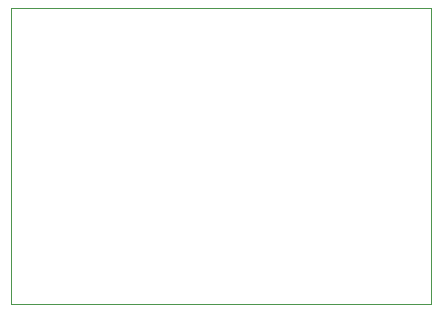
<source format=gbr>
%TF.GenerationSoftware,KiCad,Pcbnew,7.0.10*%
%TF.CreationDate,2024-01-29T15:01:41-08:00*%
%TF.ProjectId,FinalProject,46696e61-6c50-4726-9f6a-6563742e6b69,v2*%
%TF.SameCoordinates,Original*%
%TF.FileFunction,Profile,NP*%
%FSLAX46Y46*%
G04 Gerber Fmt 4.6, Leading zero omitted, Abs format (unit mm)*
G04 Created by KiCad (PCBNEW 7.0.10) date 2024-01-29 15:01:41*
%MOMM*%
%LPD*%
G01*
G04 APERTURE LIST*
%TA.AperFunction,Profile*%
%ADD10C,0.100000*%
%TD*%
G04 APERTURE END LIST*
D10*
X107110000Y-89980000D02*
X142660000Y-89980000D01*
X142660000Y-115060000D01*
X107110000Y-115060000D01*
X107110000Y-89980000D01*
M02*

</source>
